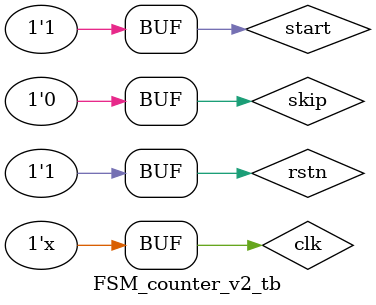
<source format=v>
`timescale 1 ns/1 ns

module FSM_counter_v2_tb();

reg   clk, rstn, start, skip;
wire  skip_to_five; 
wire  [7:0]count_out;
 



FSM_counter_v2 EX401_instance( 
				.clk(clk), 
				.rstn(rstn), 
				.start(start), 
				.skip(skip), 
				.skip_to_five(skip_to_five), 
				.count_out(count_out)	
							  );
								
parameter clkper=10;
								

always
begin
 #(clkper/2) clk =  ~clk;
end

									
initial
begin

 clk  	 = 'b0;
 rstn  	 = 'b0; 
 start	 = 'b0; 
 skip 	 = 'b0;
 

 #100
 rstn  	 = 'b1; 
 start	 = 'b1; 
 skip 	 = 'b0;
 
 #100
  
 skip 	 = 'b0;
 

 #100
 skip 	 = 'b1;

 #100 
 start	 = 'b0;  
 skip 	 = 'b0;


 #100 
 start	 = 'b1; 
 skip 	 = 'b0;
 


 

  
end
endmodule

</source>
